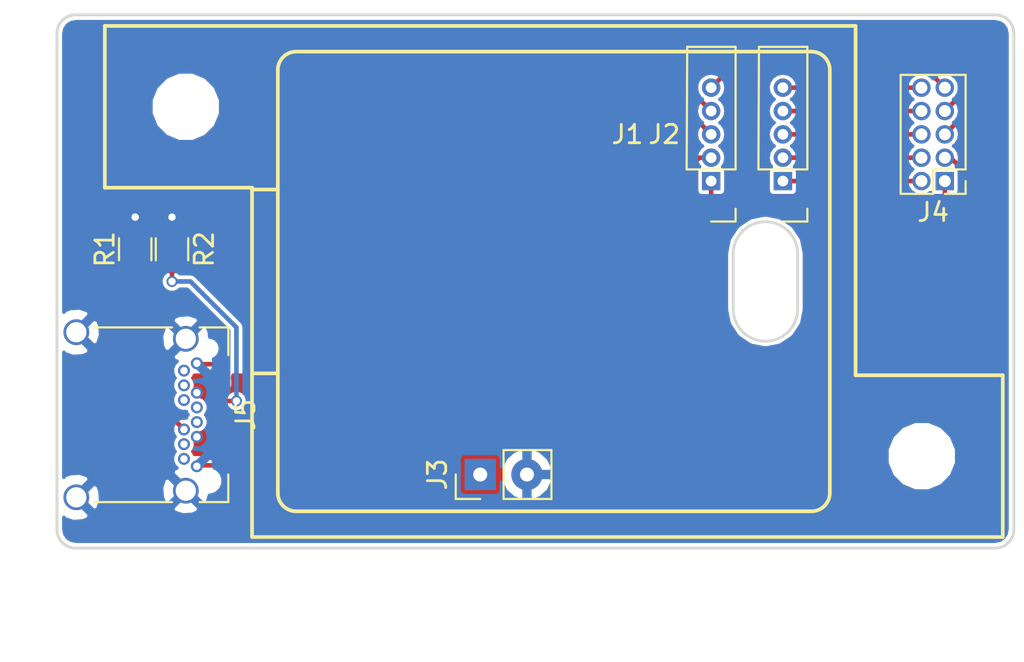
<source format=kicad_pcb>
(kicad_pcb (version 4) (host pcbnew 4.0.6)

  (general
    (links 26)
    (no_connects 0)
    (area 84.775 97.065 140.648334 133.295238)
    (thickness 1.6)
    (drawings 31)
    (tracks 59)
    (zones 0)
    (modules 9)
    (nets 29)
  )

  (page USLetter)
  (title_block
    (title "PD Buddy Sink Programming Jig")
    (rev 0.3)
  )

  (layers
    (0 F.Cu signal)
    (31 B.Cu signal)
    (32 B.Adhes user)
    (33 F.Adhes user)
    (34 B.Paste user)
    (35 F.Paste user)
    (36 B.SilkS user)
    (37 F.SilkS user)
    (38 B.Mask user)
    (39 F.Mask user)
    (40 Dwgs.User user)
    (41 Cmts.User user)
    (42 Eco1.User user)
    (43 Eco2.User user)
    (44 Edge.Cuts user)
    (45 Margin user)
    (46 B.CrtYd user)
    (47 F.CrtYd user)
    (48 B.Fab user)
    (49 F.Fab user)
  )

  (setup
    (last_trace_width 0.25)
    (trace_clearance 0.2)
    (zone_clearance 0.2)
    (zone_45_only no)
    (trace_min 0.2)
    (segment_width 0.2)
    (edge_width 0.15)
    (via_size 0.6)
    (via_drill 0.4)
    (via_min_size 0.4)
    (via_min_drill 0.3)
    (uvia_size 0.3)
    (uvia_drill 0.1)
    (uvias_allowed no)
    (uvia_min_size 0.2)
    (uvia_min_drill 0.1)
    (pcb_text_width 0.3)
    (pcb_text_size 1.5 1.5)
    (mod_edge_width 0.15)
    (mod_text_size 1 1)
    (mod_text_width 0.15)
    (pad_size 1.7 1.7)
    (pad_drill 1)
    (pad_to_mask_clearance 0.1)
    (aux_axis_origin 0 0)
    (visible_elements FFFFFF7F)
    (pcbplotparams
      (layerselection 0x00030_80000001)
      (usegerberextensions false)
      (excludeedgelayer true)
      (linewidth 0.100000)
      (plotframeref false)
      (viasonmask false)
      (mode 1)
      (useauxorigin false)
      (hpglpennumber 1)
      (hpglpenspeed 20)
      (hpglpendiameter 15)
      (hpglpenoverlay 2)
      (psnegative false)
      (psa4output false)
      (plotreference true)
      (plotvalue true)
      (plotinvisibletext false)
      (padsonsilk false)
      (subtractmaskfromsilk false)
      (outputformat 1)
      (mirror false)
      (drillshape 1)
      (scaleselection 1)
      (outputdirectory ""))
  )

  (net 0 "")
  (net 1 "Net-(J1-Pad1)")
  (net 2 "Net-(J1-Pad2)")
  (net 3 "Net-(J1-Pad3)")
  (net 4 "Net-(J1-Pad4)")
  (net 5 "Net-(J1-Pad5)")
  (net 6 "Net-(J2-Pad1)")
  (net 7 "Net-(J2-Pad2)")
  (net 8 "Net-(J2-Pad3)")
  (net 9 "Net-(J2-Pad4)")
  (net 10 "Net-(J2-Pad5)")
  (net 11 "Net-(J5-PadA6)")
  (net 12 "Net-(J5-PadA7)")
  (net 13 "Net-(J5-PadB5)")
  (net 14 "Net-(J5-PadB8)")
  (net 15 "Net-(J5-PadB3)")
  (net 16 "Net-(J5-PadB10)")
  (net 17 "Net-(J5-PadB2)")
  (net 18 "Net-(J5-PadB11)")
  (net 19 "Net-(J5-PadA2)")
  (net 20 "Net-(J5-PadA3)")
  (net 21 "Net-(J5-PadA5)")
  (net 22 "Net-(J5-PadA10)")
  (net 23 "Net-(J5-PadA8)")
  (net 24 "Net-(J5-PadA11)")
  (net 25 "Net-(J5-PadB6)")
  (net 26 "Net-(J5-PadB7)")
  (net 27 VBUS)
  (net 28 GND)

  (net_class Default "This is the default net class."
    (clearance 0.2)
    (trace_width 0.25)
    (via_dia 0.6)
    (via_drill 0.4)
    (uvia_dia 0.3)
    (uvia_drill 0.1)
    (add_net GND)
    (add_net "Net-(J1-Pad1)")
    (add_net "Net-(J1-Pad2)")
    (add_net "Net-(J1-Pad3)")
    (add_net "Net-(J1-Pad4)")
    (add_net "Net-(J1-Pad5)")
    (add_net "Net-(J2-Pad1)")
    (add_net "Net-(J2-Pad2)")
    (add_net "Net-(J2-Pad3)")
    (add_net "Net-(J2-Pad4)")
    (add_net "Net-(J2-Pad5)")
    (add_net "Net-(J5-PadA10)")
    (add_net "Net-(J5-PadA11)")
    (add_net "Net-(J5-PadA2)")
    (add_net "Net-(J5-PadA3)")
    (add_net "Net-(J5-PadA5)")
    (add_net "Net-(J5-PadA6)")
    (add_net "Net-(J5-PadA7)")
    (add_net "Net-(J5-PadA8)")
    (add_net "Net-(J5-PadB10)")
    (add_net "Net-(J5-PadB11)")
    (add_net "Net-(J5-PadB2)")
    (add_net "Net-(J5-PadB3)")
    (add_net "Net-(J5-PadB5)")
    (add_net "Net-(J5-PadB6)")
    (add_net "Net-(J5-PadB7)")
    (add_net "Net-(J5-PadB8)")
    (add_net VBUS)
  )

  (module pd-buddy:Pogo_Pin_Straight_1x05_Pitch1.27mm (layer F.Cu) (tedit 591875A2) (tstamp 591881E8)
    (at 123.55 107.04 180)
    (descr "Through hole spring-loaded contacts, 1x05, 1.27mm pitch, single row")
    (tags "Through hole pogo pin THT 1x05 1.27mm single row")
    (path /5917A138)
    (fp_text reference J1 (at 4.55 2.54 180) (layer F.SilkS)
      (effects (font (size 1 1) (thickness 0.15)))
    )
    (fp_text value 854-22-005-10-001101 (at 0 9 180) (layer F.Fab)
      (effects (font (size 1 1) (thickness 0.15)))
    )
    (fp_line (start -1.27 -2.1) (end -1.27 7.18) (layer F.Fab) (width 0.1))
    (fp_line (start -1.27 7.18) (end 1.27 7.18) (layer F.Fab) (width 0.1))
    (fp_line (start 1.27 7.18) (end 1.27 -2.1) (layer F.Fab) (width 0.1))
    (fp_line (start 1.27 -2.1) (end -1.27 -2.1) (layer F.Fab) (width 0.1))
    (fp_line (start -1.33 0.635) (end -1.33 7.3) (layer F.SilkS) (width 0.12))
    (fp_line (start -1.33 7.3) (end 1.3 7.3) (layer F.SilkS) (width 0.12))
    (fp_line (start 1.3 7.3) (end 1.33 0.635) (layer F.SilkS) (width 0.12))
    (fp_line (start 1.33 0.635) (end -1.33 0.635) (layer F.SilkS) (width 0.12))
    (fp_line (start -1.33 -1.505) (end -1.33 -2.2) (layer F.SilkS) (width 0.12))
    (fp_line (start -1.33 -2.2) (end 0 -2.2) (layer F.SilkS) (width 0.12))
    (fp_line (start -1.8 -2.6) (end -1.8 7.7) (layer F.CrtYd) (width 0.05))
    (fp_line (start -1.8 7.7) (end 1.8 7.7) (layer F.CrtYd) (width 0.05))
    (fp_line (start 1.8 7.7) (end 1.8 -2.6) (layer F.CrtYd) (width 0.05))
    (fp_line (start 1.8 -2.6) (end -1.8 -2.6) (layer F.CrtYd) (width 0.05))
    (fp_text user %R (at 0 -3 180) (layer F.Fab)
      (effects (font (size 1 1) (thickness 0.15)))
    )
    (pad 1 thru_hole rect (at 0 0 180) (size 1 1) (drill 0.5842) (layers *.Cu *.Mask)
      (net 1 "Net-(J1-Pad1)"))
    (pad 2 thru_hole oval (at 0 1.27 180) (size 1 1) (drill 0.5842) (layers *.Cu *.Mask)
      (net 2 "Net-(J1-Pad2)"))
    (pad 3 thru_hole oval (at 0 2.54 180) (size 1 1) (drill 0.5842) (layers *.Cu *.Mask)
      (net 3 "Net-(J1-Pad3)"))
    (pad 4 thru_hole oval (at 0 3.81 180) (size 1 1) (drill 0.5842) (layers *.Cu *.Mask)
      (net 4 "Net-(J1-Pad4)"))
    (pad 5 thru_hole oval (at 0 5.08 180) (size 1 1) (drill 0.5842) (layers *.Cu *.Mask)
      (net 5 "Net-(J1-Pad5)"))
    (model ${KISYS3DMOD}/Pin_Headers.3dshapes/Pin_Header_Straight_1x05_Pitch1.27mm.wrl
      (at (xyz 0 0 0))
      (scale (xyz 1 1 1))
      (rotate (xyz 0 0 0))
    )
  )

  (module pd-buddy:Pogo_Pin_Straight_1x05_Pitch1.27mm (layer F.Cu) (tedit 591875A2) (tstamp 59188200)
    (at 127.45 107.04 180)
    (descr "Through hole spring-loaded contacts, 1x05, 1.27mm pitch, single row")
    (tags "Through hole pogo pin THT 1x05 1.27mm single row")
    (path /5917A27F)
    (fp_text reference J2 (at 6.45 2.54 180) (layer F.SilkS)
      (effects (font (size 1 1) (thickness 0.15)))
    )
    (fp_text value 854-22-005-10-001101 (at 0 9 180) (layer F.Fab)
      (effects (font (size 1 1) (thickness 0.15)))
    )
    (fp_line (start -1.27 -2.1) (end -1.27 7.18) (layer F.Fab) (width 0.1))
    (fp_line (start -1.27 7.18) (end 1.27 7.18) (layer F.Fab) (width 0.1))
    (fp_line (start 1.27 7.18) (end 1.27 -2.1) (layer F.Fab) (width 0.1))
    (fp_line (start 1.27 -2.1) (end -1.27 -2.1) (layer F.Fab) (width 0.1))
    (fp_line (start -1.33 0.635) (end -1.33 7.3) (layer F.SilkS) (width 0.12))
    (fp_line (start -1.33 7.3) (end 1.3 7.3) (layer F.SilkS) (width 0.12))
    (fp_line (start 1.3 7.3) (end 1.33 0.635) (layer F.SilkS) (width 0.12))
    (fp_line (start 1.33 0.635) (end -1.33 0.635) (layer F.SilkS) (width 0.12))
    (fp_line (start -1.33 -1.505) (end -1.33 -2.2) (layer F.SilkS) (width 0.12))
    (fp_line (start -1.33 -2.2) (end 0 -2.2) (layer F.SilkS) (width 0.12))
    (fp_line (start -1.8 -2.6) (end -1.8 7.7) (layer F.CrtYd) (width 0.05))
    (fp_line (start -1.8 7.7) (end 1.8 7.7) (layer F.CrtYd) (width 0.05))
    (fp_line (start 1.8 7.7) (end 1.8 -2.6) (layer F.CrtYd) (width 0.05))
    (fp_line (start 1.8 -2.6) (end -1.8 -2.6) (layer F.CrtYd) (width 0.05))
    (fp_text user %R (at -1.8 -3 180) (layer F.Fab)
      (effects (font (size 1 1) (thickness 0.15)))
    )
    (pad 1 thru_hole rect (at 0 0 180) (size 1 1) (drill 0.5842) (layers *.Cu *.Mask)
      (net 6 "Net-(J2-Pad1)"))
    (pad 2 thru_hole oval (at 0 1.27 180) (size 1 1) (drill 0.5842) (layers *.Cu *.Mask)
      (net 7 "Net-(J2-Pad2)"))
    (pad 3 thru_hole oval (at 0 2.54 180) (size 1 1) (drill 0.5842) (layers *.Cu *.Mask)
      (net 8 "Net-(J2-Pad3)"))
    (pad 4 thru_hole oval (at 0 3.81 180) (size 1 1) (drill 0.5842) (layers *.Cu *.Mask)
      (net 9 "Net-(J2-Pad4)"))
    (pad 5 thru_hole oval (at 0 5.08 180) (size 1 1) (drill 0.5842) (layers *.Cu *.Mask)
      (net 10 "Net-(J2-Pad5)"))
    (model ${KISYS3DMOD}/Pin_Headers.3dshapes/Pin_Header_Straight_1x05_Pitch1.27mm.wrl
      (at (xyz 0 0 0))
      (scale (xyz 1 1 1))
      (rotate (xyz 0 0 0))
    )
  )

  (module Pin_Headers:Pin_Header_Straight_2x05_Pitch1.27mm (layer F.Cu) (tedit 58CD4ED6) (tstamp 59188234)
    (at 136.25 107.04 180)
    (descr "Through hole straight pin header, 2x05, 1.27mm pitch, double rows")
    (tags "Through hole pin header THT 2x05 1.27mm double row")
    (path /59179CCA)
    (fp_text reference J4 (at 0.635 -1.695 180) (layer F.SilkS)
      (effects (font (size 1 1) (thickness 0.15)))
    )
    (fp_text value CONN_02X05 (at 0.635 6.775 180) (layer F.Fab)
      (effects (font (size 1 1) (thickness 0.15)))
    )
    (fp_line (start -1.07 -0.635) (end -1.07 5.715) (layer F.Fab) (width 0.1))
    (fp_line (start -1.07 5.715) (end 2.34 5.715) (layer F.Fab) (width 0.1))
    (fp_line (start 2.34 5.715) (end 2.34 -0.635) (layer F.Fab) (width 0.1))
    (fp_line (start 2.34 -0.635) (end -1.07 -0.635) (layer F.Fab) (width 0.1))
    (fp_line (start -1.13 0.635) (end -1.13 5.775) (layer F.SilkS) (width 0.12))
    (fp_line (start -1.13 5.775) (end 2.4 5.775) (layer F.SilkS) (width 0.12))
    (fp_line (start 2.4 5.775) (end 2.4 -0.695) (layer F.SilkS) (width 0.12))
    (fp_line (start 2.4 -0.695) (end 0.635 -0.695) (layer F.SilkS) (width 0.12))
    (fp_line (start 0.635 -0.695) (end 0.635 0.635) (layer F.SilkS) (width 0.12))
    (fp_line (start 0.635 0.635) (end -1.13 0.635) (layer F.SilkS) (width 0.12))
    (fp_line (start -1.13 0) (end -1.13 -0.695) (layer F.SilkS) (width 0.12))
    (fp_line (start -1.13 -0.695) (end 0 -0.695) (layer F.SilkS) (width 0.12))
    (fp_line (start -1.6 -1.15) (end -1.6 6.25) (layer F.CrtYd) (width 0.05))
    (fp_line (start -1.6 6.25) (end 2.85 6.25) (layer F.CrtYd) (width 0.05))
    (fp_line (start 2.85 6.25) (end 2.85 -1.15) (layer F.CrtYd) (width 0.05))
    (fp_line (start 2.85 -1.15) (end -1.6 -1.15) (layer F.CrtYd) (width 0.05))
    (fp_text user %R (at 0.635 -1.695 180) (layer F.Fab)
      (effects (font (size 1 1) (thickness 0.15)))
    )
    (pad 1 thru_hole rect (at 0 0 180) (size 1 1) (drill 0.65) (layers *.Cu *.Mask)
      (net 1 "Net-(J1-Pad1)"))
    (pad 2 thru_hole oval (at 1.27 0 180) (size 1 1) (drill 0.65) (layers *.Cu *.Mask)
      (net 6 "Net-(J2-Pad1)"))
    (pad 3 thru_hole oval (at 0 1.27 180) (size 1 1) (drill 0.65) (layers *.Cu *.Mask)
      (net 2 "Net-(J1-Pad2)"))
    (pad 4 thru_hole oval (at 1.27 1.27 180) (size 1 1) (drill 0.65) (layers *.Cu *.Mask)
      (net 7 "Net-(J2-Pad2)"))
    (pad 5 thru_hole oval (at 0 2.54 180) (size 1 1) (drill 0.65) (layers *.Cu *.Mask)
      (net 3 "Net-(J1-Pad3)"))
    (pad 6 thru_hole oval (at 1.27 2.54 180) (size 1 1) (drill 0.65) (layers *.Cu *.Mask)
      (net 8 "Net-(J2-Pad3)"))
    (pad 7 thru_hole oval (at 0 3.81 180) (size 1 1) (drill 0.65) (layers *.Cu *.Mask)
      (net 4 "Net-(J1-Pad4)"))
    (pad 8 thru_hole oval (at 1.27 3.81 180) (size 1 1) (drill 0.65) (layers *.Cu *.Mask)
      (net 9 "Net-(J2-Pad4)"))
    (pad 9 thru_hole oval (at 0 5.08 180) (size 1 1) (drill 0.65) (layers *.Cu *.Mask)
      (net 5 "Net-(J1-Pad5)"))
    (pad 10 thru_hole oval (at 1.27 5.08 180) (size 1 1) (drill 0.65) (layers *.Cu *.Mask)
      (net 10 "Net-(J2-Pad5)"))
    (model ${KISYS3DMOD}/Pin_Headers.3dshapes/Pin_Header_Straight_2x05_Pitch1.27mm.wrl
      (at (xyz 0 0 0))
      (scale (xyz 1 1 1))
      (rotate (xyz 0 0 0))
    )
  )

  (module pd-buddy:Amphenol-12401548E4#2A (layer F.Cu) (tedit 591871AB) (tstamp 59188261)
    (at 96.25 119.75 270)
    (path /5917A9A3)
    (attr smd)
    (fp_text reference J5 (at 0 -2 270) (layer F.SilkS)
      (effects (font (size 1 1) (thickness 0.15)))
    )
    (fp_text value USB_C_Receptacle (at 0 10.5 270) (layer F.Fab)
      (effects (font (size 1 1) (thickness 0.15)))
    )
    (fp_text user REF** (at 0 -2 270) (layer F.Fab)
      (effects (font (size 1 1) (thickness 0.15)))
    )
    (fp_line (start 4.59 9.59) (end 4.59 -0.91) (layer F.Fab) (width 0.12))
    (fp_line (start -4.59 9.59) (end 4.59 9.59) (layer F.Fab) (width 0.12))
    (fp_line (start 3.25 -1.06) (end 4.75 -1.06) (layer F.SilkS) (width 0.12))
    (fp_line (start 4.75 -1.06) (end 4.75 0.5) (layer F.SilkS) (width 0.12))
    (fp_line (start -4.75 -1.06) (end -4.75 0.5) (layer F.SilkS) (width 0.12))
    (fp_line (start -4.75 -1.06) (end -3.25 -1.06) (layer F.SilkS) (width 0.12))
    (fp_line (start 4.75 2) (end 4.75 6.25) (layer F.SilkS) (width 0.12))
    (fp_line (start -4.75 2) (end -4.75 6.25) (layer F.SilkS) (width 0.12))
    (fp_line (start -4.59 -0.91) (end 4.59 -0.91) (layer F.Fab) (width 0.12))
    (fp_line (start -4.59 9.59) (end -4.59 -0.91) (layer F.Fab) (width 0.12))
    (pad B6 thru_hole circle (at 0.4 0.65 270) (size 0.65 0.65) (drill 0.4) (layers *.Cu *.Mask)
      (net 25 "Net-(J5-PadB6)"))
    (pad B7 thru_hole circle (at -0.4 0.65 270) (size 0.65 0.65) (drill 0.4) (layers *.Cu *.Mask)
      (net 26 "Net-(J5-PadB7)"))
    (pad S1 thru_hole circle (at -4.13 1.25 270) (size 1.4 1.4) (drill 1.1) (layers *.Cu *.Mask)
      (net 28 GND))
    (pad B9 thru_hole circle (at -1.2 0.65 270) (size 0.65 0.65) (drill 0.4) (layers *.Cu *.Mask)
      (net 27 VBUS))
    (pad B4 thru_hole circle (at 1.2 0.65 270) (size 0.65 0.65) (drill 0.4) (layers *.Cu *.Mask)
      (net 27 VBUS))
    (pad B12 thru_hole circle (at -2.8 0.65 270) (size 0.65 0.65) (drill 0.4) (layers *.Cu *.Mask)
      (net 28 GND))
    (pad B5 thru_hole circle (at 0.8 1.35 270) (size 0.65 0.65) (drill 0.4) (layers *.Cu *.Mask)
      (net 13 "Net-(J5-PadB5)"))
    (pad B8 thru_hole circle (at -0.8 1.35 270) (size 0.65 0.65) (drill 0.4) (layers *.Cu *.Mask)
      (net 14 "Net-(J5-PadB8)"))
    (pad B3 thru_hole circle (at 1.6 1.35 270) (size 0.65 0.65) (drill 0.4) (layers *.Cu *.Mask)
      (net 15 "Net-(J5-PadB3)"))
    (pad B10 thru_hole circle (at -1.6 1.35 270) (size 0.65 0.65) (drill 0.4) (layers *.Cu *.Mask)
      (net 16 "Net-(J5-PadB10)"))
    (pad B2 thru_hole circle (at 2.4 1.35 270) (size 0.65 0.65) (drill 0.4) (layers *.Cu *.Mask)
      (net 17 "Net-(J5-PadB2)"))
    (pad B11 thru_hole circle (at -2.4 1.35 270) (size 0.65 0.65) (drill 0.4) (layers *.Cu *.Mask)
      (net 18 "Net-(J5-PadB11)"))
    (pad A1 smd rect (at -2.75 -0.66 270) (size 0.3 0.7) (layers F.Cu F.Paste F.Mask)
      (net 28 GND))
    (pad A2 smd rect (at -2.25 -0.66 270) (size 0.3 0.7) (layers F.Cu F.Paste F.Mask)
      (net 19 "Net-(J5-PadA2)"))
    (pad A3 smd rect (at -1.75 -0.66 270) (size 0.3 0.7) (layers F.Cu F.Paste F.Mask)
      (net 20 "Net-(J5-PadA3)"))
    (pad A4 smd rect (at -1.25 -0.66 270) (size 0.3 0.7) (layers F.Cu F.Paste F.Mask)
      (net 27 VBUS))
    (pad A5 smd rect (at -0.75 -0.66 270) (size 0.3 0.7) (layers F.Cu F.Paste F.Mask)
      (net 21 "Net-(J5-PadA5)"))
    (pad A6 smd rect (at -0.25 -0.66 270) (size 0.3 0.7) (layers F.Cu F.Paste F.Mask)
      (net 11 "Net-(J5-PadA6)"))
    (pad A7 smd rect (at 0.25 -0.66 270) (size 0.3 0.7) (layers F.Cu F.Paste F.Mask)
      (net 12 "Net-(J5-PadA7)"))
    (pad A12 smd rect (at 2.75 -0.66 270) (size 0.3 0.7) (layers F.Cu F.Paste F.Mask)
      (net 28 GND))
    (pad A10 smd rect (at 1.75 -0.66 270) (size 0.3 0.7) (layers F.Cu F.Paste F.Mask)
      (net 22 "Net-(J5-PadA10)"))
    (pad A9 smd rect (at 1.25 -0.66 270) (size 0.3 0.7) (layers F.Cu F.Paste F.Mask)
      (net 27 VBUS))
    (pad A8 smd rect (at 0.75 -0.66 270) (size 0.3 0.7) (layers F.Cu F.Paste F.Mask)
      (net 23 "Net-(J5-PadA8)"))
    (pad A11 smd rect (at 2.25 -0.66 270) (size 0.3 0.7) (layers F.Cu F.Paste F.Mask)
      (net 24 "Net-(J5-PadA11)"))
    (pad B1 thru_hole circle (at 2.8 0.65 270) (size 0.65 0.65) (drill 0.4) (layers *.Cu *.Mask)
      (net 28 GND))
    (pad S1 thru_hole circle (at 4.13 1.25 270) (size 1.4 1.4) (drill 1.1) (layers *.Cu *.Mask)
      (net 28 GND))
    (pad S1 thru_hole circle (at 4.49 7.2 270) (size 1.4 1.4) (drill 1.1) (layers *.Cu *.Mask)
      (net 28 GND))
    (pad S1 thru_hole circle (at -4.49 7.2 270) (size 1.4 1.4) (drill 1.1) (layers *.Cu *.Mask)
      (net 28 GND))
    (pad "" np_thru_hole circle (at 3.6 0 270) (size 0.95 0.95) (drill 0.95) (layers *.Cu *.Mask))
    (pad "" np_thru_hole circle (at -3.6 0 270) (size 0.65 0.65) (drill 0.65) (layers *.Cu *.Mask))
  )

  (module Mounting_Holes:MountingHole_3.2mm_M3 (layer F.Cu) (tedit 5918812A) (tstamp 59188295)
    (at 95 103)
    (descr "Mounting Hole 3.2mm, no annular, M3")
    (tags "mounting hole 3.2mm no annular m3")
    (path /59179FF6)
    (fp_text reference MK1 (at 0 -4.2) (layer F.Fab)
      (effects (font (size 1 1) (thickness 0.15)))
    )
    (fp_text value Mounting_Hole (at 0 4.2) (layer F.Fab)
      (effects (font (size 1 1) (thickness 0.15)))
    )
    (fp_circle (center 0 0) (end 3.2 0) (layer Cmts.User) (width 0.15))
    (fp_circle (center 0 0) (end 3.45 0) (layer F.CrtYd) (width 0.05))
    (pad 1 np_thru_hole circle (at 0 0) (size 3.2 3.2) (drill 3.2) (layers *.Cu *.Mask))
  )

  (module Mounting_Holes:MountingHole_3.2mm_M3 (layer F.Cu) (tedit 59188126) (tstamp 5918829C)
    (at 135 122)
    (descr "Mounting Hole 3.2mm, no annular, M3")
    (tags "mounting hole 3.2mm no annular m3")
    (path /5917A093)
    (fp_text reference MK2 (at 0 -4.2) (layer F.Fab)
      (effects (font (size 1 1) (thickness 0.15)))
    )
    (fp_text value Mounting_Hole (at 0 4.2) (layer F.Fab)
      (effects (font (size 1 1) (thickness 0.15)))
    )
    (fp_circle (center 0 0) (end 3.2 0) (layer Cmts.User) (width 0.15))
    (fp_circle (center 0 0) (end 3.45 0) (layer F.CrtYd) (width 0.05))
    (pad 1 np_thru_hole circle (at 0 0) (size 3.2 3.2) (drill 3.2) (layers *.Cu *.Mask))
  )

  (module Resistors_SMD:R_0805 (layer F.Cu) (tedit 58E0A804) (tstamp 5918A519)
    (at 92.25 110.75 90)
    (descr "Resistor SMD 0805, reflow soldering, Vishay (see dcrcw.pdf)")
    (tags "resistor 0805")
    (path /591890F5)
    (attr smd)
    (fp_text reference R1 (at 0 -1.65 90) (layer F.SilkS)
      (effects (font (size 1 1) (thickness 0.15)))
    )
    (fp_text value 5.1k (at 0 1.75 90) (layer F.Fab)
      (effects (font (size 1 1) (thickness 0.15)))
    )
    (fp_text user %R (at 0 0 90) (layer F.Fab)
      (effects (font (size 0.5 0.5) (thickness 0.075)))
    )
    (fp_line (start -1 0.62) (end -1 -0.62) (layer F.Fab) (width 0.1))
    (fp_line (start 1 0.62) (end -1 0.62) (layer F.Fab) (width 0.1))
    (fp_line (start 1 -0.62) (end 1 0.62) (layer F.Fab) (width 0.1))
    (fp_line (start -1 -0.62) (end 1 -0.62) (layer F.Fab) (width 0.1))
    (fp_line (start 0.6 0.88) (end -0.6 0.88) (layer F.SilkS) (width 0.12))
    (fp_line (start -0.6 -0.88) (end 0.6 -0.88) (layer F.SilkS) (width 0.12))
    (fp_line (start -1.55 -0.9) (end 1.55 -0.9) (layer F.CrtYd) (width 0.05))
    (fp_line (start -1.55 -0.9) (end -1.55 0.9) (layer F.CrtYd) (width 0.05))
    (fp_line (start 1.55 0.9) (end 1.55 -0.9) (layer F.CrtYd) (width 0.05))
    (fp_line (start 1.55 0.9) (end -1.55 0.9) (layer F.CrtYd) (width 0.05))
    (pad 1 smd rect (at -0.95 0 90) (size 0.7 1.3) (layers F.Cu F.Paste F.Mask)
      (net 13 "Net-(J5-PadB5)"))
    (pad 2 smd rect (at 0.95 0 90) (size 0.7 1.3) (layers F.Cu F.Paste F.Mask)
      (net 28 GND))
    (model ${KISYS3DMOD}/Resistors_SMD.3dshapes/R_0805.wrl
      (at (xyz 0 0 0))
      (scale (xyz 1 1 1))
      (rotate (xyz 0 0 0))
    )
  )

  (module Resistors_SMD:R_0805 (layer F.Cu) (tedit 58E0A804) (tstamp 5918A52A)
    (at 94.25 110.75 90)
    (descr "Resistor SMD 0805, reflow soldering, Vishay (see dcrcw.pdf)")
    (tags "resistor 0805")
    (path /591891FE)
    (attr smd)
    (fp_text reference R2 (at 0 1.75 90) (layer F.SilkS)
      (effects (font (size 1 1) (thickness 0.15)))
    )
    (fp_text value 5.1k (at 0 1.75 90) (layer F.Fab)
      (effects (font (size 1 1) (thickness 0.15)))
    )
    (fp_text user %R (at 0 0 90) (layer F.Fab)
      (effects (font (size 0.5 0.5) (thickness 0.075)))
    )
    (fp_line (start -1 0.62) (end -1 -0.62) (layer F.Fab) (width 0.1))
    (fp_line (start 1 0.62) (end -1 0.62) (layer F.Fab) (width 0.1))
    (fp_line (start 1 -0.62) (end 1 0.62) (layer F.Fab) (width 0.1))
    (fp_line (start -1 -0.62) (end 1 -0.62) (layer F.Fab) (width 0.1))
    (fp_line (start 0.6 0.88) (end -0.6 0.88) (layer F.SilkS) (width 0.12))
    (fp_line (start -0.6 -0.88) (end 0.6 -0.88) (layer F.SilkS) (width 0.12))
    (fp_line (start -1.55 -0.9) (end 1.55 -0.9) (layer F.CrtYd) (width 0.05))
    (fp_line (start -1.55 -0.9) (end -1.55 0.9) (layer F.CrtYd) (width 0.05))
    (fp_line (start 1.55 0.9) (end 1.55 -0.9) (layer F.CrtYd) (width 0.05))
    (fp_line (start 1.55 0.9) (end -1.55 0.9) (layer F.CrtYd) (width 0.05))
    (pad 1 smd rect (at -0.95 0 90) (size 0.7 1.3) (layers F.Cu F.Paste F.Mask)
      (net 21 "Net-(J5-PadA5)"))
    (pad 2 smd rect (at 0.95 0 90) (size 0.7 1.3) (layers F.Cu F.Paste F.Mask)
      (net 28 GND))
    (model ${KISYS3DMOD}/Resistors_SMD.3dshapes/R_0805.wrl
      (at (xyz 0 0 0))
      (scale (xyz 1 1 1))
      (rotate (xyz 0 0 0))
    )
  )

  (module pd-buddy:Pogo_Pin_Straight_1x02_Pitch2.54mm (layer F.Cu) (tedit 591891CF) (tstamp 5918A889)
    (at 111 123 90)
    (descr "Through hole spring-loaded contacts, 1x02, 2.54mm pitch, single row")
    (tags "Through hole pogo pin THT 1x02 2.54mm single row")
    (path /5917A40A)
    (fp_text reference J3 (at 0 -2.33 90) (layer F.SilkS)
      (effects (font (size 1 1) (thickness 0.15)))
    )
    (fp_text value 825-22-002-10-001101 (at 0 4.87 90) (layer F.Fab)
      (effects (font (size 1 1) (thickness 0.15)))
    )
    (fp_line (start -1.27 -1.27) (end -1.27 3.81) (layer F.Fab) (width 0.1))
    (fp_line (start -1.27 3.81) (end 1.27 3.81) (layer F.Fab) (width 0.1))
    (fp_line (start 1.27 3.81) (end 1.27 -1.27) (layer F.Fab) (width 0.1))
    (fp_line (start 1.27 -1.27) (end -1.27 -1.27) (layer F.Fab) (width 0.1))
    (fp_line (start -1.33 1.27) (end -1.33 3.87) (layer F.SilkS) (width 0.12))
    (fp_line (start -1.33 3.87) (end 1.33 3.87) (layer F.SilkS) (width 0.12))
    (fp_line (start 1.33 3.87) (end 1.33 1.27) (layer F.SilkS) (width 0.12))
    (fp_line (start 1.33 1.27) (end -1.33 1.27) (layer F.SilkS) (width 0.12))
    (fp_line (start -1.33 0) (end -1.33 -1.33) (layer F.SilkS) (width 0.12))
    (fp_line (start -1.33 -1.33) (end 0 -1.33) (layer F.SilkS) (width 0.12))
    (fp_line (start -1.8 -1.8) (end -1.8 4.35) (layer F.CrtYd) (width 0.05))
    (fp_line (start -1.8 4.35) (end 1.8 4.35) (layer F.CrtYd) (width 0.05))
    (fp_line (start 1.8 4.35) (end 1.8 -1.8) (layer F.CrtYd) (width 0.05))
    (fp_line (start 1.8 -1.8) (end -1.8 -1.8) (layer F.CrtYd) (width 0.05))
    (fp_text user %R (at 0 -2.33 90) (layer F.Fab)
      (effects (font (size 1 1) (thickness 0.15)))
    )
    (pad 1 thru_hole rect (at 0 0 90) (size 1.7 1.7) (drill 0.762) (layers *.Cu *.Mask)
      (net 27 VBUS))
    (pad 2 thru_hole oval (at 0 2.54 90) (size 1.7 1.7) (drill 0.762) (layers *.Cu *.Mask)
      (net 28 GND))
    (model ${KISYS3DMOD}/Pin_Headers.3dshapes/Pin_Header_Straight_1x02_Pitch2.54mm.wrl
      (at (xyz 0 -0.05 0))
      (scale (xyz 1 1 1))
      (rotate (xyz 0 0 90))
    )
  )

  (gr_text "CUT OUT" (at 126.5 112.5 90) (layer F.Fab)
    (effects (font (size 0.8 0.8) (thickness 0.15)))
  )
  (gr_arc (start 126.5 114) (end 128.25 114) (angle 180) (layer Edge.Cuts) (width 0.15))
  (gr_arc (start 126.5 111) (end 124.75 111) (angle 180) (layer Edge.Cuts) (width 0.15))
  (gr_line (start 124.75 114) (end 124.75 111) (layer Edge.Cuts) (width 0.15))
  (gr_line (start 128.25 111) (end 128.25 114) (layer Edge.Cuts) (width 0.15))
  (gr_arc (start 101 101) (end 100 101) (angle 90) (layer F.SilkS) (width 0.2))
  (gr_arc (start 101 124) (end 101 125) (angle 90) (layer F.SilkS) (width 0.2))
  (gr_arc (start 129 124) (end 130 124) (angle 90) (layer F.SilkS) (width 0.2))
  (gr_arc (start 129 101) (end 129 100) (angle 90) (layer F.SilkS) (width 0.2))
  (gr_arc (start 139 99) (end 139 98) (angle 90) (layer Edge.Cuts) (width 0.15))
  (gr_arc (start 89 99) (end 88 99) (angle 90) (layer Edge.Cuts) (width 0.15))
  (gr_arc (start 89 126) (end 89 127) (angle 90) (layer Edge.Cuts) (width 0.15))
  (gr_arc (start 139 126) (end 140 126) (angle 90) (layer Edge.Cuts) (width 0.15))
  (gr_line (start 100 117.5) (end 98.6 117.5) (layer F.SilkS) (width 0.2))
  (gr_line (start 98.6 107.5) (end 100 107.5) (layer F.SilkS) (width 0.2))
  (gr_line (start 88 126) (end 88 99) (layer Edge.Cuts) (width 0.15))
  (gr_line (start 139 127) (end 89 127) (layer Edge.Cuts) (width 0.15))
  (gr_line (start 140 99) (end 140 126) (layer Edge.Cuts) (width 0.15))
  (gr_line (start 89 98) (end 139 98) (layer Edge.Cuts) (width 0.15))
  (gr_line (start 90.6 98.6) (end 131.4 98.6) (layer F.SilkS) (width 0.2))
  (gr_line (start 90.6 107.4) (end 90.6 98.6) (layer F.SilkS) (width 0.2))
  (gr_line (start 98.6 107.4) (end 90.6 107.4) (layer F.SilkS) (width 0.2))
  (gr_line (start 98.6 126.4) (end 98.6 107.4) (layer F.SilkS) (width 0.2))
  (gr_line (start 139.4 126.4) (end 98.6 126.4) (layer F.SilkS) (width 0.2))
  (gr_line (start 139.4 117.6) (end 139.4 126.4) (layer F.SilkS) (width 0.2))
  (gr_line (start 131.4 117.6) (end 139.4 117.6) (layer F.SilkS) (width 0.2))
  (gr_line (start 131.4 98.6) (end 131.4 117.6) (layer F.SilkS) (width 0.2))
  (gr_line (start 100 124) (end 100 101) (layer F.SilkS) (width 0.2))
  (gr_line (start 129 125) (end 101 125) (layer F.SilkS) (width 0.2))
  (gr_line (start 130 101) (end 130 124) (layer F.SilkS) (width 0.2))
  (gr_line (start 101 100) (end 129 100) (layer F.SilkS) (width 0.2))

  (segment (start 123.615001 107.865001) (end 123.55 107.8) (width 0.25) (layer F.Cu) (net 1))
  (segment (start 123.55 107.8) (end 123.55 107.04) (width 0.25) (layer F.Cu) (net 1))
  (segment (start 136.25 107.04) (end 136.25 107.79) (width 0.25) (layer F.Cu) (net 1))
  (segment (start 136.25 107.79) (end 136.174999 107.865001) (width 0.25) (layer F.Cu) (net 1))
  (segment (start 136.174999 107.865001) (end 123.615001 107.865001) (width 0.25) (layer F.Cu) (net 1))
  (segment (start 122.724999 105.961411) (end 122.91641 105.77) (width 0.25) (layer F.Cu) (net 2))
  (segment (start 123.24001 108.315012) (end 122.724999 107.800001) (width 0.25) (layer F.Cu) (net 2))
  (segment (start 122.724999 107.800001) (end 122.724999 105.961411) (width 0.25) (layer F.Cu) (net 2))
  (segment (start 136.55999 108.315012) (end 123.24001 108.315012) (width 0.25) (layer F.Cu) (net 2))
  (segment (start 137.075001 106.279999) (end 137.075001 107.800001) (width 0.25) (layer F.Cu) (net 2))
  (segment (start 136.565002 105.77) (end 137.075001 106.279999) (width 0.25) (layer F.Cu) (net 2))
  (segment (start 122.91641 105.77) (end 123.55 105.77) (width 0.25) (layer F.Cu) (net 2))
  (segment (start 137.075001 107.800001) (end 136.55999 108.315012) (width 0.25) (layer F.Cu) (net 2))
  (segment (start 136.25 105.77) (end 136.565002 105.77) (width 0.25) (layer F.Cu) (net 2))
  (segment (start 123.55 104.5) (end 122.25 103.2) (width 0.25) (layer F.Cu) (net 3))
  (segment (start 122.25 103.2) (end 122.25 101.25) (width 0.25) (layer F.Cu) (net 3))
  (segment (start 122.25 101.25) (end 123.5 100) (width 0.25) (layer F.Cu) (net 3))
  (segment (start 123.5 100) (end 136.25 100) (width 0.25) (layer F.Cu) (net 3))
  (segment (start 136.25 100) (end 137.525012 101.275012) (width 0.25) (layer F.Cu) (net 3))
  (segment (start 137.525012 101.275012) (end 137.525012 103.224988) (width 0.25) (layer F.Cu) (net 3))
  (segment (start 137.525012 103.224988) (end 136.749999 104.000001) (width 0.25) (layer F.Cu) (net 3))
  (segment (start 136.749999 104.000001) (end 136.25 104.5) (width 0.25) (layer F.Cu) (net 3))
  (segment (start 123.788998 100.5) (end 136.011002 100.5) (width 0.25) (layer F.Cu) (net 4))
  (segment (start 136.011002 100.5) (end 137.075001 101.563999) (width 0.25) (layer F.Cu) (net 4))
  (segment (start 137.075001 101.563999) (end 137.075001 102.404999) (width 0.25) (layer F.Cu) (net 4))
  (segment (start 137.075001 102.404999) (end 136.749999 102.730001) (width 0.25) (layer F.Cu) (net 4))
  (segment (start 136.749999 102.730001) (end 136.25 103.23) (width 0.25) (layer F.Cu) (net 4))
  (segment (start 123.55 103.23) (end 122.724999 102.404999) (width 0.25) (layer F.Cu) (net 4))
  (segment (start 122.724999 102.404999) (end 122.724999 101.563999) (width 0.25) (layer F.Cu) (net 4))
  (segment (start 122.724999 101.563999) (end 123.788998 100.5) (width 0.25) (layer F.Cu) (net 4))
  (segment (start 123.55 101.96) (end 124.375001 101.134999) (width 0.25) (layer F.Cu) (net 5))
  (segment (start 135.424999 101.134999) (end 135.750001 101.460001) (width 0.25) (layer F.Cu) (net 5))
  (segment (start 124.375001 101.134999) (end 135.424999 101.134999) (width 0.25) (layer F.Cu) (net 5))
  (segment (start 135.750001 101.460001) (end 136.25 101.96) (width 0.25) (layer F.Cu) (net 5))
  (segment (start 134.98 107.04) (end 134.272894 107.04) (width 0.25) (layer F.Cu) (net 6))
  (segment (start 134.272894 107.04) (end 127.45 107.04) (width 0.25) (layer F.Cu) (net 6))
  (segment (start 127.45 105.77) (end 134.98 105.77) (width 0.25) (layer F.Cu) (net 7))
  (segment (start 134.98 104.5) (end 127.45 104.5) (width 0.25) (layer F.Cu) (net 8))
  (segment (start 127.45 103.23) (end 134.98 103.23) (width 0.25) (layer F.Cu) (net 9))
  (segment (start 134.98 101.96) (end 134.272894 101.96) (width 0.25) (layer F.Cu) (net 10))
  (segment (start 134.272894 101.96) (end 127.45 101.96) (width 0.25) (layer F.Cu) (net 10))
  (segment (start 92.25 111.7) (end 92.25 117.9) (width 0.25) (layer F.Cu) (net 13))
  (segment (start 92.25 117.9) (end 92.325001 117.975001) (width 0.25) (layer F.Cu) (net 13))
  (segment (start 94.9 120.55) (end 92.325001 117.975001) (width 0.25) (layer F.Cu) (net 13))
  (segment (start 97.75 119) (end 97.75 115) (width 0.25) (layer B.Cu) (net 21))
  (segment (start 96.91 119) (end 97.75 119) (width 0.25) (layer F.Cu) (net 21))
  (via (at 97.75 119) (size 0.6) (drill 0.4) (layers F.Cu B.Cu) (net 21))
  (segment (start 97.75 115) (end 95.25 112.5) (width 0.25) (layer B.Cu) (net 21))
  (segment (start 95.25 112.5) (end 94.25 112.5) (width 0.25) (layer B.Cu) (net 21))
  (segment (start 94.25 112.5) (end 94.25 111.7) (width 0.25) (layer F.Cu) (net 21))
  (via (at 94.25 112.5) (size 0.6) (drill 0.4) (layers F.Cu B.Cu) (net 21))
  (segment (start 92.25 109.8) (end 92.25 109) (width 0.25) (layer F.Cu) (net 28))
  (via (at 92.25 109) (size 0.6) (drill 0.4) (layers F.Cu B.Cu) (net 28))
  (segment (start 94.25 109.8) (end 94.25 109) (width 0.25) (layer F.Cu) (net 28))
  (via (at 94.25 109) (size 0.6) (drill 0.4) (layers F.Cu B.Cu) (net 28))
  (segment (start 96.91 122.5) (end 95.65 122.5) (width 0.25) (layer F.Cu) (net 28))
  (segment (start 95.65 122.5) (end 95.6 122.55) (width 0.25) (layer F.Cu) (net 28))
  (segment (start 96.91 117) (end 95.65 117) (width 0.25) (layer F.Cu) (net 28))
  (segment (start 95.65 117) (end 95.6 116.95) (width 0.25) (layer F.Cu) (net 28))

  (zone (net 28) (net_name GND) (layer B.Cu) (tstamp 0) (hatch edge 0.508)
    (priority 1)
    (connect_pads (clearance 0.2))
    (min_thickness 0.2)
    (fill yes (arc_segments 16) (thermal_gap 0.508) (thermal_bridge_width 0.508))
    (polygon
      (pts
        (xy 87.5 97.5) (xy 140.5 97.5) (xy 140.5 127.5) (xy 87.5 127.5)
      )
    )
    (filled_polygon
      (pts
        (xy 139.236367 98.429363) (xy 139.436747 98.563253) (xy 139.570637 98.763632) (xy 139.625 99.036936) (xy 139.625 125.963064)
        (xy 139.570637 126.236368) (xy 139.436747 126.436747) (xy 139.236367 126.570637) (xy 138.963063 126.625) (xy 89.036936 126.625)
        (xy 88.763632 126.570637) (xy 88.563253 126.436747) (xy 88.429363 126.236367) (xy 88.375 125.963063) (xy 88.375 125.330253)
        (xy 88.395947 125.402227) (xy 88.890499 125.564052) (xy 89.409333 125.524303) (xy 89.704053 125.402227) (xy 89.769514 125.177303)
        (xy 89.05 124.457789) (xy 89.035858 124.471931) (xy 88.818069 124.254142) (xy 88.832211 124.24) (xy 89.267789 124.24)
        (xy 89.987303 124.959514) (xy 90.212227 124.894053) (xy 90.23734 124.817303) (xy 94.280486 124.817303) (xy 94.345947 125.042227)
        (xy 94.840499 125.204052) (xy 95.359333 125.164303) (xy 95.654053 125.042227) (xy 95.719514 124.817303) (xy 95 124.097789)
        (xy 94.280486 124.817303) (xy 90.23734 124.817303) (xy 90.374052 124.399501) (xy 90.334303 123.880667) (xy 90.26796 123.720499)
        (xy 93.675948 123.720499) (xy 93.715697 124.239333) (xy 93.837773 124.534053) (xy 94.062697 124.599514) (xy 94.782211 123.88)
        (xy 94.062697 123.160486) (xy 93.837773 123.225947) (xy 93.675948 123.720499) (xy 90.26796 123.720499) (xy 90.212227 123.585947)
        (xy 89.987303 123.520486) (xy 89.267789 124.24) (xy 88.832211 124.24) (xy 88.818069 124.225858) (xy 89.035858 124.008069)
        (xy 89.05 124.022211) (xy 89.769514 123.302697) (xy 89.704053 123.077773) (xy 89.209501 122.915948) (xy 88.690667 122.955697)
        (xy 88.395947 123.077773) (xy 88.375 123.149747) (xy 88.375 117.473775) (xy 94.274892 117.473775) (xy 94.369842 117.703571)
        (xy 94.416117 117.749927) (xy 94.37046 117.795504) (xy 94.275109 118.025134) (xy 94.274892 118.273775) (xy 94.369842 118.503571)
        (xy 94.416117 118.549927) (xy 94.37046 118.595504) (xy 94.275109 118.825134) (xy 94.274892 119.073775) (xy 94.369842 119.303571)
        (xy 94.545504 119.47954) (xy 94.775134 119.574891) (xy 95.01676 119.575102) (xy 95.069842 119.703571) (xy 95.116117 119.749927)
        (xy 95.07046 119.795504) (xy 95.016646 119.925102) (xy 94.776225 119.924892) (xy 94.546429 120.019842) (xy 94.37046 120.195504)
        (xy 94.275109 120.425134) (xy 94.274892 120.673775) (xy 94.369842 120.903571) (xy 94.416117 120.949927) (xy 94.37046 120.995504)
        (xy 94.275109 121.225134) (xy 94.274892 121.473775) (xy 94.369842 121.703571) (xy 94.416117 121.749927) (xy 94.37046 121.795504)
        (xy 94.275109 122.025134) (xy 94.274892 122.273775) (xy 94.369842 122.503571) (xy 94.514129 122.64811) (xy 94.345947 122.717773)
        (xy 94.280486 122.942697) (xy 95 123.662211) (xy 95.014142 123.648069) (xy 95.231931 123.865858) (xy 95.217789 123.88)
        (xy 95.937303 124.599514) (xy 96.162227 124.534053) (xy 96.296062 124.12504) (xy 96.403481 124.125134) (xy 96.688429 124.007396)
        (xy 96.90663 123.789575) (xy 97.024865 123.504833) (xy 97.025134 123.196519) (xy 96.907396 122.911571) (xy 96.689575 122.69337)
        (xy 96.544906 122.633298) (xy 96.548744 122.619398) (xy 96.503083 122.251047) (xy 96.461229 122.15) (xy 109.844123 122.15)
        (xy 109.844123 123.85) (xy 109.865042 123.961173) (xy 109.930745 124.063279) (xy 110.030997 124.131778) (xy 110.15 124.155877)
        (xy 111.85 124.155877) (xy 111.961173 124.134958) (xy 112.063279 124.069255) (xy 112.131778 123.969003) (xy 112.155877 123.85)
        (xy 112.155877 123.427023) (xy 112.384259 123.888854) (xy 112.812384 124.263477) (xy 113.16109 124.407903) (xy 113.386 124.296889)
        (xy 113.386 123.154) (xy 113.694 123.154) (xy 113.694 124.296889) (xy 113.91891 124.407903) (xy 114.267616 124.263477)
        (xy 114.695741 123.888854) (xy 114.947915 123.378911) (xy 114.837856 123.154) (xy 113.694 123.154) (xy 113.386 123.154)
        (xy 113.366 123.154) (xy 113.366 122.846) (xy 113.386 122.846) (xy 113.386 121.703111) (xy 113.694 121.703111)
        (xy 113.694 122.846) (xy 114.837856 122.846) (xy 114.947915 122.621089) (xy 114.826852 122.376275) (xy 133.099671 122.376275)
        (xy 133.388319 123.074857) (xy 133.922331 123.609802) (xy 134.620409 123.899669) (xy 135.376275 123.900329) (xy 136.074857 123.611681)
        (xy 136.609802 123.077669) (xy 136.899669 122.379591) (xy 136.900329 121.623725) (xy 136.611681 120.925143) (xy 136.077669 120.390198)
        (xy 135.379591 120.100331) (xy 134.623725 120.099671) (xy 133.925143 120.388319) (xy 133.390198 120.922331) (xy 133.100331 121.620409)
        (xy 133.099671 122.376275) (xy 114.826852 122.376275) (xy 114.695741 122.111146) (xy 114.267616 121.736523) (xy 113.91891 121.592097)
        (xy 113.694 121.703111) (xy 113.386 121.703111) (xy 113.16109 121.592097) (xy 112.812384 121.736523) (xy 112.384259 122.111146)
        (xy 112.155877 122.572977) (xy 112.155877 122.15) (xy 112.134958 122.038827) (xy 112.069255 121.936721) (xy 111.969003 121.868222)
        (xy 111.85 121.844123) (xy 110.15 121.844123) (xy 110.038827 121.865042) (xy 109.936721 121.930745) (xy 109.868222 122.030997)
        (xy 109.844123 122.15) (xy 96.461229 122.15) (xy 96.449969 122.122816) (xy 96.26348 122.104308) (xy 95.817789 122.55)
        (xy 95.831931 122.564142) (xy 95.659519 122.736554) (xy 95.654053 122.717773) (xy 95.457329 122.653402) (xy 95.368929 122.565002)
        (xy 95.42954 122.504496) (xy 95.45092 122.453007) (xy 95.585858 122.318069) (xy 95.6 122.332211) (xy 96.045692 121.88652)
        (xy 96.027184 121.700031) (xy 95.669398 121.601256) (xy 95.461719 121.627) (xy 95.483354 121.574898) (xy 95.723775 121.575108)
        (xy 95.953571 121.480158) (xy 96.12954 121.304496) (xy 96.224891 121.074866) (xy 96.225108 120.826225) (xy 96.130158 120.596429)
        (xy 96.083883 120.550073) (xy 96.12954 120.504496) (xy 96.224891 120.274866) (xy 96.225108 120.026225) (xy 96.130158 119.796429)
        (xy 96.083883 119.750073) (xy 96.12954 119.704496) (xy 96.224891 119.474866) (xy 96.225108 119.226225) (xy 96.130158 118.996429)
        (xy 96.083883 118.950073) (xy 96.12954 118.904496) (xy 96.224891 118.674866) (xy 96.225108 118.426225) (xy 96.130158 118.196429)
        (xy 95.954496 118.02046) (xy 95.724866 117.925109) (xy 95.48324 117.924898) (xy 95.464944 117.880618) (xy 95.530602 117.898744)
        (xy 95.898953 117.853083) (xy 96.027184 117.799969) (xy 96.045692 117.61348) (xy 95.6 117.167789) (xy 95.585858 117.181931)
        (xy 95.451143 117.047216) (xy 95.430158 116.996429) (xy 95.368882 116.935045) (xy 95.428114 116.875813) (xy 95.654053 116.782227)
        (xy 95.659519 116.763446) (xy 95.831931 116.935858) (xy 95.817789 116.95) (xy 96.26348 117.395692) (xy 96.449969 117.377184)
        (xy 96.548744 117.019398) (xy 96.511412 116.718237) (xy 96.603571 116.680158) (xy 96.77954 116.504496) (xy 96.874891 116.274866)
        (xy 96.875108 116.026225) (xy 96.780158 115.796429) (xy 96.604496 115.62046) (xy 96.374866 115.525109) (xy 96.304558 115.525048)
        (xy 96.284303 115.260667) (xy 96.162227 114.965947) (xy 95.937303 114.900486) (xy 95.217789 115.62) (xy 95.231931 115.634142)
        (xy 95.014142 115.851931) (xy 95 115.837789) (xy 94.280486 116.557303) (xy 94.345947 116.782227) (xy 94.525315 116.840919)
        (xy 94.37046 116.995504) (xy 94.275109 117.225134) (xy 94.274892 117.473775) (xy 88.375 117.473775) (xy 88.375 116.350253)
        (xy 88.395947 116.422227) (xy 88.890499 116.584052) (xy 89.409333 116.544303) (xy 89.704053 116.422227) (xy 89.769514 116.197303)
        (xy 89.05 115.477789) (xy 89.035858 115.491931) (xy 88.818069 115.274142) (xy 88.832211 115.26) (xy 89.267789 115.26)
        (xy 89.987303 115.979514) (xy 90.212227 115.914053) (xy 90.360636 115.460499) (xy 93.675948 115.460499) (xy 93.715697 115.979333)
        (xy 93.837773 116.274053) (xy 94.062697 116.339514) (xy 94.782211 115.62) (xy 94.062697 114.900486) (xy 93.837773 114.965947)
        (xy 93.675948 115.460499) (xy 90.360636 115.460499) (xy 90.374052 115.419501) (xy 90.334303 114.900667) (xy 90.244018 114.682697)
        (xy 94.280486 114.682697) (xy 95 115.402211) (xy 95.719514 114.682697) (xy 95.654053 114.457773) (xy 95.159501 114.295948)
        (xy 94.640667 114.335697) (xy 94.345947 114.457773) (xy 94.280486 114.682697) (xy 90.244018 114.682697) (xy 90.212227 114.605947)
        (xy 89.987303 114.540486) (xy 89.267789 115.26) (xy 88.832211 115.26) (xy 88.818069 115.245858) (xy 89.035858 115.028069)
        (xy 89.05 115.042211) (xy 89.769514 114.322697) (xy 89.704053 114.097773) (xy 89.209501 113.935948) (xy 88.690667 113.975697)
        (xy 88.395947 114.097773) (xy 88.375 114.169747) (xy 88.375 112.618824) (xy 93.649896 112.618824) (xy 93.741048 112.839429)
        (xy 93.909683 113.008359) (xy 94.130129 113.099896) (xy 94.368824 113.100104) (xy 94.589429 113.008952) (xy 94.673528 112.925)
        (xy 95.07396 112.925) (xy 97.325 115.17604) (xy 97.325 118.57647) (xy 97.241641 118.659683) (xy 97.150104 118.880129)
        (xy 97.149896 119.118824) (xy 97.241048 119.339429) (xy 97.409683 119.508359) (xy 97.630129 119.599896) (xy 97.868824 119.600104)
        (xy 98.089429 119.508952) (xy 98.258359 119.340317) (xy 98.349896 119.119871) (xy 98.350104 118.881176) (xy 98.258952 118.660571)
        (xy 98.175 118.576472) (xy 98.175 115) (xy 98.17132 114.981497) (xy 98.142649 114.837359) (xy 98.05052 114.69948)
        (xy 95.55052 112.19948) (xy 95.412641 112.107351) (xy 95.385657 112.101984) (xy 95.25 112.075) (xy 94.67353 112.075)
        (xy 94.590317 111.991641) (xy 94.369871 111.900104) (xy 94.131176 111.899896) (xy 93.910571 111.991048) (xy 93.741641 112.159683)
        (xy 93.650104 112.380129) (xy 93.649896 112.618824) (xy 88.375 112.618824) (xy 88.375 111) (xy 124.375 111)
        (xy 124.375 114) (xy 124.382206 114.036226) (xy 124.382206 114.073159) (xy 124.515416 114.74285) (xy 124.515416 114.742855)
        (xy 124.57141 114.878035) (xy 124.950762 115.445776) (xy 125.054224 115.549238) (xy 125.621965 115.92859) (xy 125.757145 115.984583)
        (xy 126.426838 116.117793) (xy 126.426842 116.117795) (xy 126.573158 116.117795) (xy 126.573162 116.117793) (xy 127.24285 115.984584)
        (xy 127.242855 115.984584) (xy 127.378035 115.92859) (xy 127.945776 115.549238) (xy 128.049238 115.445776) (xy 128.42859 114.878035)
        (xy 128.484583 114.742855) (xy 128.484583 114.742854) (xy 128.617794 114.073159) (xy 128.617794 114.036226) (xy 128.625 114)
        (xy 128.625 111) (xy 128.617794 110.963774) (xy 128.617794 110.926841) (xy 128.484583 110.257145) (xy 128.42859 110.121965)
        (xy 128.049238 109.554224) (xy 127.945776 109.450762) (xy 127.378035 109.07141) (xy 127.242855 109.015416) (xy 127.24285 109.015416)
        (xy 126.573162 108.882207) (xy 126.573158 108.882205) (xy 126.5 108.882205) (xy 126.426838 108.882207) (xy 125.757145 109.015417)
        (xy 125.621965 109.07141) (xy 125.054224 109.450762) (xy 124.950762 109.554224) (xy 124.57141 110.121965) (xy 124.515416 110.257145)
        (xy 124.515416 110.25715) (xy 124.382206 110.926841) (xy 124.382206 110.963774) (xy 124.375 111) (xy 88.375 111)
        (xy 88.375 103.376275) (xy 93.099671 103.376275) (xy 93.388319 104.074857) (xy 93.922331 104.609802) (xy 94.620409 104.899669)
        (xy 95.376275 104.900329) (xy 96.074857 104.611681) (xy 96.609802 104.077669) (xy 96.899669 103.379591) (xy 96.900329 102.623725)
        (xy 96.626084 101.96) (xy 122.734327 101.96) (xy 122.795223 102.266147) (xy 122.968642 102.525685) (xy 123.072378 102.595)
        (xy 122.968642 102.664315) (xy 122.795223 102.923853) (xy 122.734327 103.23) (xy 122.795223 103.536147) (xy 122.968642 103.795685)
        (xy 123.072378 103.865) (xy 122.968642 103.934315) (xy 122.795223 104.193853) (xy 122.734327 104.5) (xy 122.795223 104.806147)
        (xy 122.968642 105.065685) (xy 123.072378 105.135) (xy 122.968642 105.204315) (xy 122.795223 105.463853) (xy 122.734327 105.77)
        (xy 122.795223 106.076147) (xy 122.921995 106.265873) (xy 122.836721 106.320745) (xy 122.768222 106.420997) (xy 122.744123 106.54)
        (xy 122.744123 107.54) (xy 122.765042 107.651173) (xy 122.830745 107.753279) (xy 122.930997 107.821778) (xy 123.05 107.845877)
        (xy 124.05 107.845877) (xy 124.161173 107.824958) (xy 124.263279 107.759255) (xy 124.331778 107.659003) (xy 124.355877 107.54)
        (xy 124.355877 106.54) (xy 124.334958 106.428827) (xy 124.269255 106.326721) (xy 124.178693 106.264843) (xy 124.304777 106.076147)
        (xy 124.365673 105.77) (xy 124.304777 105.463853) (xy 124.131358 105.204315) (xy 124.027622 105.135) (xy 124.131358 105.065685)
        (xy 124.304777 104.806147) (xy 124.365673 104.5) (xy 124.304777 104.193853) (xy 124.131358 103.934315) (xy 124.027622 103.865)
        (xy 124.131358 103.795685) (xy 124.304777 103.536147) (xy 124.365673 103.23) (xy 124.304777 102.923853) (xy 124.131358 102.664315)
        (xy 124.027622 102.595) (xy 124.131358 102.525685) (xy 124.304777 102.266147) (xy 124.365673 101.96) (xy 126.634327 101.96)
        (xy 126.695223 102.266147) (xy 126.868642 102.525685) (xy 126.972378 102.595) (xy 126.868642 102.664315) (xy 126.695223 102.923853)
        (xy 126.634327 103.23) (xy 126.695223 103.536147) (xy 126.868642 103.795685) (xy 126.972378 103.865) (xy 126.868642 103.934315)
        (xy 126.695223 104.193853) (xy 126.634327 104.5) (xy 126.695223 104.806147) (xy 126.868642 105.065685) (xy 126.972378 105.135)
        (xy 126.868642 105.204315) (xy 126.695223 105.463853) (xy 126.634327 105.77) (xy 126.695223 106.076147) (xy 126.821995 106.265873)
        (xy 126.736721 106.320745) (xy 126.668222 106.420997) (xy 126.644123 106.54) (xy 126.644123 107.54) (xy 126.665042 107.651173)
        (xy 126.730745 107.753279) (xy 126.830997 107.821778) (xy 126.95 107.845877) (xy 127.95 107.845877) (xy 128.061173 107.824958)
        (xy 128.163279 107.759255) (xy 128.231778 107.659003) (xy 128.255877 107.54) (xy 128.255877 106.54) (xy 128.234958 106.428827)
        (xy 128.169255 106.326721) (xy 128.078693 106.264843) (xy 128.204777 106.076147) (xy 128.265673 105.77) (xy 128.204777 105.463853)
        (xy 128.031358 105.204315) (xy 127.927622 105.135) (xy 128.031358 105.065685) (xy 128.204777 104.806147) (xy 128.265673 104.5)
        (xy 128.204777 104.193853) (xy 128.031358 103.934315) (xy 127.927622 103.865) (xy 128.031358 103.795685) (xy 128.204777 103.536147)
        (xy 128.265673 103.23) (xy 128.204777 102.923853) (xy 128.031358 102.664315) (xy 127.927622 102.595) (xy 128.031358 102.525685)
        (xy 128.204777 102.266147) (xy 128.265673 101.96) (xy 134.164327 101.96) (xy 134.225223 102.266147) (xy 134.398642 102.525685)
        (xy 134.502378 102.595) (xy 134.398642 102.664315) (xy 134.225223 102.923853) (xy 134.164327 103.23) (xy 134.225223 103.536147)
        (xy 134.398642 103.795685) (xy 134.502378 103.865) (xy 134.398642 103.934315) (xy 134.225223 104.193853) (xy 134.164327 104.5)
        (xy 134.225223 104.806147) (xy 134.398642 105.065685) (xy 134.502378 105.135) (xy 134.398642 105.204315) (xy 134.225223 105.463853)
        (xy 134.164327 105.77) (xy 134.225223 106.076147) (xy 134.398642 106.335685) (xy 134.502378 106.405) (xy 134.398642 106.474315)
        (xy 134.225223 106.733853) (xy 134.164327 107.04) (xy 134.225223 107.346147) (xy 134.398642 107.605685) (xy 134.65818 107.779104)
        (xy 134.964327 107.84) (xy 134.995673 107.84) (xy 135.30182 107.779104) (xy 135.473533 107.664368) (xy 135.530745 107.753279)
        (xy 135.630997 107.821778) (xy 135.75 107.845877) (xy 136.75 107.845877) (xy 136.861173 107.824958) (xy 136.963279 107.759255)
        (xy 137.031778 107.659003) (xy 137.055877 107.54) (xy 137.055877 106.54) (xy 137.034958 106.428827) (xy 136.969255 106.326721)
        (xy 136.878693 106.264843) (xy 137.004777 106.076147) (xy 137.065673 105.77) (xy 137.004777 105.463853) (xy 136.831358 105.204315)
        (xy 136.727622 105.135) (xy 136.831358 105.065685) (xy 137.004777 104.806147) (xy 137.065673 104.5) (xy 137.004777 104.193853)
        (xy 136.831358 103.934315) (xy 136.727622 103.865) (xy 136.831358 103.795685) (xy 137.004777 103.536147) (xy 137.065673 103.23)
        (xy 137.004777 102.923853) (xy 136.831358 102.664315) (xy 136.727622 102.595) (xy 136.831358 102.525685) (xy 137.004777 102.266147)
        (xy 137.065673 101.96) (xy 137.004777 101.653853) (xy 136.831358 101.394315) (xy 136.57182 101.220896) (xy 136.265673 101.16)
        (xy 136.234327 101.16) (xy 135.92818 101.220896) (xy 135.668642 101.394315) (xy 135.615 101.474595) (xy 135.561358 101.394315)
        (xy 135.30182 101.220896) (xy 134.995673 101.16) (xy 134.964327 101.16) (xy 134.65818 101.220896) (xy 134.398642 101.394315)
        (xy 134.225223 101.653853) (xy 134.164327 101.96) (xy 128.265673 101.96) (xy 128.204777 101.653853) (xy 128.031358 101.394315)
        (xy 127.77182 101.220896) (xy 127.465673 101.16) (xy 127.434327 101.16) (xy 127.12818 101.220896) (xy 126.868642 101.394315)
        (xy 126.695223 101.653853) (xy 126.634327 101.96) (xy 124.365673 101.96) (xy 124.304777 101.653853) (xy 124.131358 101.394315)
        (xy 123.87182 101.220896) (xy 123.565673 101.16) (xy 123.534327 101.16) (xy 123.22818 101.220896) (xy 122.968642 101.394315)
        (xy 122.795223 101.653853) (xy 122.734327 101.96) (xy 96.626084 101.96) (xy 96.611681 101.925143) (xy 96.077669 101.390198)
        (xy 95.379591 101.100331) (xy 94.623725 101.099671) (xy 93.925143 101.388319) (xy 93.390198 101.922331) (xy 93.100331 102.620409)
        (xy 93.099671 103.376275) (xy 88.375 103.376275) (xy 88.375 99.036937) (xy 88.429363 98.763633) (xy 88.563253 98.563253)
        (xy 88.763632 98.429363) (xy 89.036936 98.375) (xy 138.963063 98.375)
      )
    )
  )
  (zone (net 27) (net_name VBUS) (layer F.Cu) (tstamp 0) (hatch edge 0.508)
    (priority 1)
    (connect_pads yes (clearance 0.2))
    (min_thickness 0.2)
    (fill yes (arc_segments 16) (thermal_gap 0.508) (thermal_bridge_width 0.508))
    (polygon
      (pts
        (xy 94.75 117.5) (xy 112.25 117.5) (xy 112.25 125) (xy 103 125) (xy 100 122)
        (xy 94.75 122)
      )
    )
    (filled_polygon
      (pts
        (xy 96.254123 117.65) (xy 96.27363 117.753671) (xy 96.254123 117.85) (xy 96.254123 118.15) (xy 96.275042 118.261173)
        (xy 96.340745 118.363279) (xy 96.440997 118.431778) (xy 96.56 118.455877) (xy 97.26 118.455877) (xy 97.371173 118.434958)
        (xy 97.473279 118.369255) (xy 97.541778 118.269003) (xy 97.565877 118.15) (xy 97.565877 117.85) (xy 97.54637 117.746329)
        (xy 97.565877 117.65) (xy 97.565877 117.6) (xy 112.15 117.6) (xy 112.15 124.9) (xy 103.041422 124.9)
        (xy 100.070711 121.929289) (xy 100.037629 121.90735) (xy 100 121.9) (xy 97.565877 121.9) (xy 97.565877 121.85)
        (xy 97.54637 121.746329) (xy 97.565877 121.65) (xy 97.565877 121.35) (xy 97.544958 121.238827) (xy 97.479255 121.136721)
        (xy 97.379003 121.068222) (xy 97.26 121.044123) (xy 96.56 121.044123) (xy 96.448827 121.065042) (xy 96.346721 121.130745)
        (xy 96.278222 121.230997) (xy 96.254123 121.35) (xy 96.254123 121.65) (xy 96.27363 121.753671) (xy 96.254123 121.85)
        (xy 96.254123 121.9) (xy 95.472952 121.9) (xy 95.430158 121.796429) (xy 95.383883 121.750073) (xy 95.42954 121.704496)
        (xy 95.524891 121.474866) (xy 95.525108 121.226225) (xy 95.430158 120.996429) (xy 95.383883 120.950073) (xy 95.42954 120.904496)
        (xy 95.483354 120.774898) (xy 95.723775 120.775108) (xy 95.953571 120.680158) (xy 96.12954 120.504496) (xy 96.224891 120.274866)
        (xy 96.225108 120.026225) (xy 96.130158 119.796429) (xy 96.083883 119.750073) (xy 96.12954 119.704496) (xy 96.224891 119.474866)
        (xy 96.225108 119.226225) (xy 96.130158 118.996429) (xy 95.983985 118.85) (xy 96.254123 118.85) (xy 96.254123 119.15)
        (xy 96.27363 119.253671) (xy 96.254123 119.35) (xy 96.254123 119.65) (xy 96.27363 119.753671) (xy 96.254123 119.85)
        (xy 96.254123 120.15) (xy 96.27363 120.253671) (xy 96.254123 120.35) (xy 96.254123 120.65) (xy 96.275042 120.761173)
        (xy 96.340745 120.863279) (xy 96.440997 120.931778) (xy 96.56 120.955877) (xy 97.26 120.955877) (xy 97.371173 120.934958)
        (xy 97.473279 120.869255) (xy 97.541778 120.769003) (xy 97.565877 120.65) (xy 97.565877 120.35) (xy 97.54637 120.246329)
        (xy 97.565877 120.15) (xy 97.565877 119.85) (xy 97.54637 119.746329) (xy 97.565877 119.65) (xy 97.565877 119.573216)
        (xy 97.630129 119.599896) (xy 97.868824 119.600104) (xy 98.089429 119.508952) (xy 98.258359 119.340317) (xy 98.349896 119.119871)
        (xy 98.350104 118.881176) (xy 98.258952 118.660571) (xy 98.090317 118.491641) (xy 97.869871 118.400104) (xy 97.631176 118.399896)
        (xy 97.410571 118.491048) (xy 97.340976 118.560521) (xy 97.26 118.544123) (xy 96.56 118.544123) (xy 96.448827 118.565042)
        (xy 96.346721 118.630745) (xy 96.278222 118.730997) (xy 96.254123 118.85) (xy 95.983985 118.85) (xy 95.954496 118.82046)
        (xy 95.724866 118.725109) (xy 95.48324 118.724898) (xy 95.430158 118.596429) (xy 95.383883 118.550073) (xy 95.42954 118.504496)
        (xy 95.524891 118.274866) (xy 95.525108 118.026225) (xy 95.430158 117.796429) (xy 95.383883 117.750073) (xy 95.42954 117.704496)
        (xy 95.472931 117.6) (xy 96.254123 117.6)
      )
    )
  )
)

</source>
